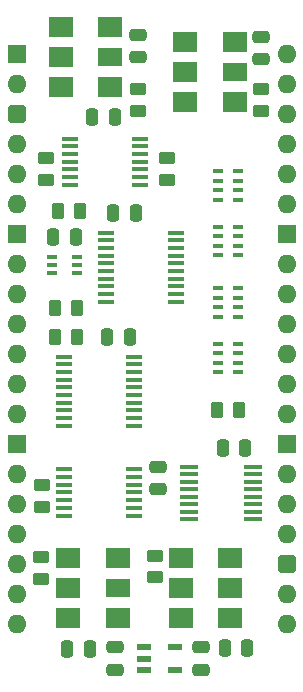
<source format=gts>
%TF.GenerationSoftware,KiCad,Pcbnew,7.0.5*%
%TF.CreationDate,2024-03-11T15:51:14+02:00*%
%TF.ProjectId,Video Clock,56696465-6f20-4436-9c6f-636b2e6b6963,V1*%
%TF.SameCoordinates,PX525bfc0PY43d3480*%
%TF.FileFunction,Soldermask,Top*%
%TF.FilePolarity,Negative*%
%FSLAX46Y46*%
G04 Gerber Fmt 4.6, Leading zero omitted, Abs format (unit mm)*
G04 Created by KiCad (PCBNEW 7.0.5) date 2024-03-11 15:51:14*
%MOMM*%
%LPD*%
G01*
G04 APERTURE LIST*
G04 Aperture macros list*
%AMRoundRect*
0 Rectangle with rounded corners*
0 $1 Rounding radius*
0 $2 $3 $4 $5 $6 $7 $8 $9 X,Y pos of 4 corners*
0 Add a 4 corners polygon primitive as box body*
4,1,4,$2,$3,$4,$5,$6,$7,$8,$9,$2,$3,0*
0 Add four circle primitives for the rounded corners*
1,1,$1+$1,$2,$3*
1,1,$1+$1,$4,$5*
1,1,$1+$1,$6,$7*
1,1,$1+$1,$8,$9*
0 Add four rect primitives between the rounded corners*
20,1,$1+$1,$2,$3,$4,$5,0*
20,1,$1+$1,$4,$5,$6,$7,0*
20,1,$1+$1,$6,$7,$8,$9,0*
20,1,$1+$1,$8,$9,$2,$3,0*%
G04 Aperture macros list end*
%ADD10R,1.600000X1.600000*%
%ADD11O,1.600000X1.600000*%
%ADD12RoundRect,0.400000X-0.400000X-0.400000X0.400000X-0.400000X0.400000X0.400000X-0.400000X0.400000X0*%
%ADD13RoundRect,0.250000X0.250000X0.475000X-0.250000X0.475000X-0.250000X-0.475000X0.250000X-0.475000X0*%
%ADD14RoundRect,0.250000X-0.475000X0.250000X-0.475000X-0.250000X0.475000X-0.250000X0.475000X0.250000X0*%
%ADD15RoundRect,0.250000X0.475000X-0.250000X0.475000X0.250000X-0.475000X0.250000X-0.475000X-0.250000X0*%
%ADD16R,2.000000X1.800000*%
%ADD17R,2.000000X1.600000*%
%ADD18RoundRect,0.250000X-0.262500X-0.450000X0.262500X-0.450000X0.262500X0.450000X-0.262500X0.450000X0*%
%ADD19R,1.150000X0.600000*%
%ADD20R,0.900000X0.450000*%
%ADD21R,1.475000X0.450000*%
%ADD22RoundRect,0.250000X-0.250000X-0.475000X0.250000X-0.475000X0.250000X0.475000X-0.250000X0.475000X0*%
%ADD23RoundRect,0.250000X0.450000X-0.262500X0.450000X0.262500X-0.450000X0.262500X-0.450000X-0.262500X0*%
%ADD24RoundRect,0.250000X-0.450000X0.262500X-0.450000X-0.262500X0.450000X-0.262500X0.450000X0.262500X0*%
%ADD25R,1.525000X0.430000*%
%ADD26R,0.950000X0.450000*%
%ADD27R,0.875000X0.450000*%
G04 APERTURE END LIST*
D10*
%TO.C,J4*%
X0Y0D03*
D11*
X0Y-2540000D03*
D12*
X0Y-5080000D03*
D11*
X0Y-7620000D03*
X0Y-10160000D03*
X0Y-12700000D03*
D10*
X0Y-15240000D03*
D11*
X0Y-17780000D03*
X0Y-20320000D03*
X0Y-22860000D03*
X0Y-25400000D03*
X0Y-27940000D03*
X0Y-30480000D03*
D10*
X0Y-33020000D03*
D11*
X0Y-35560000D03*
X0Y-38100000D03*
X0Y-40640000D03*
X0Y-43180000D03*
X0Y-45720000D03*
X0Y-48260000D03*
X22860000Y-48260000D03*
X22860000Y-45720000D03*
D12*
X22860000Y-43180000D03*
D11*
X22860000Y-40640000D03*
X22860000Y-38100000D03*
X22860000Y-35560000D03*
D10*
X22860000Y-33020000D03*
D11*
X22860000Y-30480000D03*
X22860000Y-27940000D03*
X22860000Y-25400000D03*
X22860000Y-22860000D03*
X22860000Y-20320000D03*
X22860000Y-17780000D03*
D10*
X22860000Y-15240000D03*
D11*
X22860000Y-12700000D03*
X22860000Y-10160000D03*
X22860000Y-7620000D03*
X22860000Y-5080000D03*
X22860000Y-2540000D03*
X22860000Y0D03*
%TD*%
D13*
%TO.C,C12*%
X8300000Y-5334000D03*
X6400000Y-5334000D03*
%TD*%
%TO.C,C4*%
X9570000Y-24003000D03*
X7670000Y-24003000D03*
%TD*%
D14*
%TO.C,C7*%
X11938000Y-35007000D03*
X11938000Y-36907000D03*
%TD*%
D15*
%TO.C,C10*%
X15637200Y-52155600D03*
X15637200Y-50255600D03*
%TD*%
D16*
%TO.C,Y2*%
X3742000Y2286000D03*
X3742000Y-254000D03*
X3742000Y-2794000D03*
X7942000Y-2794000D03*
D17*
X7942000Y-254000D03*
D16*
X7942000Y2286000D03*
%TD*%
D18*
%TO.C,R10*%
X16994500Y-30216000D03*
X18819500Y-30216000D03*
%TD*%
D19*
%TO.C,IC11*%
X10811200Y-50271600D03*
X10811200Y-51221600D03*
X10811200Y-52171600D03*
X13411200Y-52171600D03*
X13411200Y-50271600D03*
%TD*%
D20*
%TO.C,RN2*%
X17057000Y-14655800D03*
X17057000Y-15455800D03*
X17057000Y-16255800D03*
X17057000Y-17055800D03*
X18757000Y-17055800D03*
X18757000Y-16255800D03*
X18757000Y-15455800D03*
X18757000Y-14655800D03*
%TD*%
D16*
%TO.C,Y3*%
X8577000Y-47752000D03*
D17*
X8577000Y-45212000D03*
D16*
X8577000Y-42672000D03*
X4377000Y-42672000D03*
X4377000Y-45212000D03*
X4377000Y-47752000D03*
%TD*%
D21*
%TO.C,IC1*%
X4047000Y-25650000D03*
X4047000Y-26300000D03*
X4047000Y-26950000D03*
X4047000Y-27600000D03*
X4047000Y-28250000D03*
X4047000Y-28900000D03*
X4047000Y-29550000D03*
X4047000Y-30200000D03*
X4047000Y-30850000D03*
X4047000Y-31500000D03*
X9923000Y-31500000D03*
X9923000Y-30850000D03*
X9923000Y-30200000D03*
X9923000Y-29550000D03*
X9923000Y-28900000D03*
X9923000Y-28250000D03*
X9923000Y-27600000D03*
X9923000Y-26950000D03*
X9923000Y-26300000D03*
X9923000Y-25650000D03*
%TD*%
D22*
%TO.C,C5*%
X4273000Y-50419000D03*
X6173000Y-50419000D03*
%TD*%
D23*
%TO.C,R8*%
X2149000Y-38377500D03*
X2149000Y-36552500D03*
%TD*%
D24*
%TO.C,R1*%
X20711000Y-3024500D03*
X20711000Y-4849500D03*
%TD*%
D25*
%TO.C,IC4*%
X14560000Y-34989000D03*
X14560000Y-35623000D03*
X14560000Y-36259000D03*
X14560000Y-36893000D03*
X14560000Y-37529000D03*
X14560000Y-38163000D03*
X14560000Y-38799000D03*
X14560000Y-39433000D03*
X19984000Y-39433000D03*
X19984000Y-38799000D03*
X19984000Y-38163000D03*
X19984000Y-37529000D03*
X19984000Y-36893000D03*
X19984000Y-36259000D03*
X19984000Y-35623000D03*
X19984000Y-34989000D03*
%TD*%
D26*
%TO.C,CN1*%
X17057000Y-24581000D03*
X17057000Y-25381000D03*
X17057000Y-26181000D03*
X17057000Y-26981000D03*
X18757000Y-26981000D03*
X18757000Y-26181000D03*
X18757000Y-25381000D03*
X18757000Y-24581000D03*
%TD*%
D23*
%TO.C,R9*%
X11674000Y-44346500D03*
X11674000Y-42521500D03*
%TD*%
D13*
%TO.C,C11*%
X4998000Y-15494000D03*
X3098000Y-15494000D03*
%TD*%
D20*
%TO.C,RN1*%
X17057000Y-19862800D03*
X17057000Y-20662800D03*
X17057000Y-21462800D03*
X17057000Y-22262800D03*
X18757000Y-22262800D03*
X18757000Y-21462800D03*
X18757000Y-20662800D03*
X18757000Y-19862800D03*
%TD*%
D24*
%TO.C,R3*%
X10297000Y-3024500D03*
X10297000Y-4849500D03*
%TD*%
D13*
%TO.C,C1*%
X10078000Y-13462000D03*
X8178000Y-13462000D03*
%TD*%
D23*
%TO.C,R4*%
X12690000Y-10691500D03*
X12690000Y-8866500D03*
%TD*%
D16*
%TO.C,Y1*%
X14283000Y1016000D03*
X14283000Y-1524000D03*
X14283000Y-4064000D03*
X18483000Y-4064000D03*
D17*
X18483000Y-1524000D03*
D16*
X18483000Y1016000D03*
%TD*%
%TO.C,Y4*%
X18076604Y-47752000D03*
X18076604Y-45212000D03*
X18076604Y-42672000D03*
X13876604Y-42672000D03*
X13876604Y-45212000D03*
X13876604Y-47752000D03*
%TD*%
D23*
%TO.C,R7*%
X2022000Y-44473500D03*
X2022000Y-42648500D03*
%TD*%
D14*
%TO.C,C2*%
X10287000Y1569000D03*
X10287000Y-331000D03*
%TD*%
D18*
%TO.C,R11*%
X3532500Y-13325000D03*
X5357500Y-13325000D03*
%TD*%
%TO.C,R5*%
X3278500Y-21580000D03*
X5103500Y-21580000D03*
%TD*%
D14*
%TO.C,C3*%
X20701000Y1442000D03*
X20701000Y-458000D03*
%TD*%
D18*
%TO.C,R6*%
X3278500Y-23993000D03*
X5103500Y-23993000D03*
%TD*%
D21*
%TO.C,IC3*%
X7577600Y-15159800D03*
X7577600Y-15809800D03*
X7577600Y-16459800D03*
X7577600Y-17109800D03*
X7577600Y-17759800D03*
X7577600Y-18409800D03*
X7577600Y-19059800D03*
X7577600Y-19709800D03*
X7577600Y-20359800D03*
X7577600Y-21009800D03*
X13453600Y-21009800D03*
X13453600Y-20359800D03*
X13453600Y-19709800D03*
X13453600Y-19059800D03*
X13453600Y-18409800D03*
X13453600Y-17759800D03*
X13453600Y-17109800D03*
X13453600Y-16459800D03*
X13453600Y-15809800D03*
X13453600Y-15159800D03*
%TD*%
D15*
%TO.C,C9*%
X8301200Y-52155600D03*
X8301200Y-50255600D03*
%TD*%
D13*
%TO.C,C8*%
X19349000Y-33401000D03*
X17449000Y-33401000D03*
%TD*%
D22*
%TO.C,C6*%
X17608000Y-50292000D03*
X19508000Y-50292000D03*
%TD*%
D27*
%TO.C,IC5*%
X3002000Y-17257000D03*
X3002000Y-17907000D03*
X3002000Y-18557000D03*
X5126000Y-18557000D03*
X5126000Y-17907000D03*
X5126000Y-17257000D03*
%TD*%
D21*
%TO.C,IC6*%
X9923000Y-35210200D03*
X9923000Y-35860200D03*
X9923000Y-36510200D03*
X9923000Y-37160200D03*
X9923000Y-37810200D03*
X9923000Y-38460200D03*
X9923000Y-39110200D03*
X4047000Y-39110200D03*
X4047000Y-38460200D03*
X4047000Y-37810200D03*
X4047000Y-37160200D03*
X4047000Y-36510200D03*
X4047000Y-35860200D03*
X4047000Y-35210200D03*
%TD*%
D23*
%TO.C,R2*%
X2489200Y-10691500D03*
X2489200Y-8866500D03*
%TD*%
D21*
%TO.C,IC2*%
X4555000Y-7194000D03*
X4555000Y-7844000D03*
X4555000Y-8494000D03*
X4555000Y-9144000D03*
X4555000Y-9794000D03*
X4555000Y-10444000D03*
X4555000Y-11094000D03*
X10431000Y-11094000D03*
X10431000Y-10444000D03*
X10431000Y-9794000D03*
X10431000Y-9144000D03*
X10431000Y-8494000D03*
X10431000Y-7844000D03*
X10431000Y-7194000D03*
%TD*%
D26*
%TO.C,CN2*%
X17057000Y-9976000D03*
X17057000Y-10776000D03*
X17057000Y-11576000D03*
X17057000Y-12376000D03*
X18757000Y-12376000D03*
X18757000Y-11576000D03*
X18757000Y-10776000D03*
X18757000Y-9976000D03*
%TD*%
M02*

</source>
